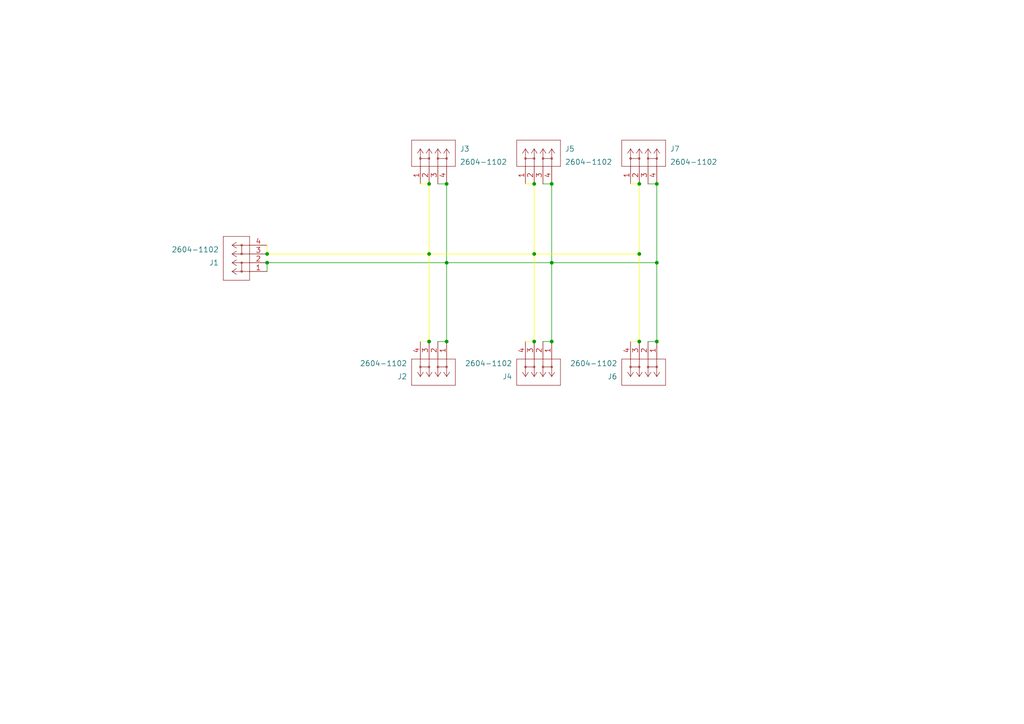
<source format=kicad_sch>
(kicad_sch (version 20211123) (generator eeschema)
  (paper "A4")
  (lib_symbols
    (symbol "Wago_Terminal_Block_2:2604-1102" (pin_names (offset 0.254) hide)
      (property "Reference" "J" (at -1.27 11.43 0))
      (property "Value" "2604-1102" (at 0 0 0))
      (symbol "2604-1102_1_1"
        (circle (center -2.794 -2.54) (radius 0.254) (stroke (width 0.127)))
        (circle (center -2.794 0) (radius 0.254) (stroke (width 0.127)))
        (circle (center -2.794 2.54) (radius 0.254) (stroke (width 0.127)))
        (circle (center -2.794 5.08) (radius 0.254) (stroke (width 0.127)))
        (arc (start -2.54 -2.54) (mid -3.048 -2.54) (end -2.54 -2.54) (stroke (width 0.127)))
        (arc (start -2.54 0) (mid -3.048 0) (end -2.54 0) (stroke (width 0.127)))
        (arc (start -2.54 2.54) (mid -3.048 2.54) (end -2.54 2.54) (stroke (width 0.127)))
        (arc (start -2.54 5.08) (mid -3.048 5.08) (end -2.54 5.08) (stroke (width 0.127)))
        (polyline (pts (xy -5.08 -5.08) (xy 2.54 -5.08)) (stroke (width 0.127)))
        (polyline (pts (xy -5.08 7.62) (xy -5.08 -5.08)) (stroke (width 0.127)))
        (polyline (pts (xy -2.794 -0.254) (xy -2.794 -2.286)) (stroke (width 0.127)))
        (polyline (pts (xy -2.794 4.826) (xy -2.794 2.794)) (stroke (width 0.127)))
        (polyline (pts (xy 0 -2.54) (xy -5.08 -2.54)) (stroke (width 0.127)))
        (polyline (pts (xy 0 -2.54) (xy -1.27 -3.3782)) (stroke (width 0.127)))
        (polyline (pts (xy 0 -2.54) (xy -1.27 -1.7018)) (stroke (width 0.127)))
        (polyline (pts (xy 0 0) (xy -5.08 0)) (stroke (width 0.127)))
        (polyline (pts (xy 0 0) (xy -1.27 -0.8382)) (stroke (width 0.127)))
        (polyline (pts (xy 0 0) (xy -1.27 0.8382)) (stroke (width 0.127)))
        (polyline (pts (xy 0 2.54) (xy -5.08 2.54)) (stroke (width 0.127)))
        (polyline (pts (xy 0 2.54) (xy -1.27 1.7018)) (stroke (width 0.127)))
        (polyline (pts (xy 0 2.54) (xy -1.27 3.3782)) (stroke (width 0.127)))
        (polyline (pts (xy 0 5.08) (xy -5.08 5.08)) (stroke (width 0.127)))
        (polyline (pts (xy 0 5.08) (xy -1.27 4.2418)) (stroke (width 0.127)))
        (polyline (pts (xy 0 5.08) (xy -1.27 5.9182)) (stroke (width 0.127)))
        (polyline (pts (xy 2.54 -5.08) (xy 2.54 7.62)) (stroke (width 0.127)))
        (polyline (pts (xy 2.54 7.62) (xy -5.08 7.62)) (stroke (width 0.127)))
        (pin unspecified line (at -10.16 5.08 0) (length 5.08) (name "1") (number "1"))
        (pin unspecified line (at -10.16 2.54 0) (length 5.08) (name "2") (number "2"))
        (pin unspecified line (at -10.16 0 0) (length 5.08) (name "3") (number "3"))
        (pin unspecified line (at -10.16 -2.54 0) (length 5.08) (name "4") (number "4"))
      )
    )
  )
  (junction (at 160.02 99.06))
  (junction (at 154.94 73.66))
  (junction (at 77.47 73.66))
  (junction (at 124.46 99.06))
  (junction (at 185.42 73.66))
  (junction (at 185.42 99.06))
  (junction (at 185.42 53.34))
  (junction (at 190.5 53.34))
  (junction (at 129.54 76.2))
  (junction (at 160.02 53.34))
  (junction (at 154.94 99.06))
  (junction (at 154.94 53.34))
  (junction (at 190.5 76.2))
  (junction (at 124.46 53.34))
  (junction (at 129.54 99.06))
  (junction (at 160.02 76.2))
  (junction (at 77.47 76.2))
  (junction (at 190.5 99.06))
  (junction (at 124.46 73.66))
  (junction (at 129.54 53.34))
  (wire (pts (xy 160.02 76.2) (xy 160.02 99.06)))
  (wire (pts (xy 182.88 53.34) (xy 185.42 53.34)) (stroke (width 0) (color 251 255 0 1)))
  (wire (pts (xy 121.92 99.06) (xy 124.46 99.06)) (stroke (width 0) (color 251 255 0 1)))
  (wire (pts (xy 185.42 73.66) (xy 185.42 53.34)) (stroke (width 0) (color 251 255 0 1)))
  (wire (pts (xy 121.92 53.34) (xy 124.46 53.34)) (stroke (width 0) (color 251 255 0 1)))
  (wire (pts (xy 127 53.34) (xy 129.54 53.34)))
  (wire (pts (xy 77.47 76.2) (xy 77.47 78.74)))
  (wire (pts (xy 77.47 71.12) (xy 77.47 73.66)) (stroke (width 0) (color 251 255 0 1)))
  (wire (pts (xy 129.54 76.2) (xy 160.02 76.2)))
  (wire (pts (xy 157.48 53.34) (xy 160.02 53.34)))
  (wire (pts (xy 77.47 76.2) (xy 129.54 76.2)))
  (wire (pts (xy 190.5 76.2) (xy 190.5 99.06)))
  (wire (pts (xy 77.47 73.66) (xy 124.46 73.66)) (stroke (width 0) (color 251 255 0 1)))
  (wire (pts (xy 154.94 73.66) (xy 154.94 99.06)) (stroke (width 0) (color 251 255 0 1)))
  (wire (pts (xy 187.96 53.34) (xy 190.5 53.34)))
  (wire (pts (xy 124.46 73.66) (xy 124.46 99.06)) (stroke (width 0) (color 251 255 0 1)))
  (wire (pts (xy 187.96 99.06) (xy 190.5 99.06)))
  (wire (pts (xy 154.94 73.66) (xy 185.42 73.66)) (stroke (width 0) (color 251 255 0 1)))
  (wire (pts (xy 129.54 53.34) (xy 129.54 76.2)))
  (wire (pts (xy 124.46 53.34) (xy 124.46 73.66)) (stroke (width 0) (color 251 255 0 1)))
  (wire (pts (xy 124.46 73.66) (xy 154.94 73.66)) (stroke (width 0) (color 251 255 0 1)))
  (wire (pts (xy 157.48 99.06) (xy 160.02 99.06)))
  (wire (pts (xy 185.42 73.66) (xy 185.42 99.06)) (stroke (width 0) (color 251 255 0 1)))
  (wire (pts (xy 129.54 76.2) (xy 129.54 99.06)))
  (wire (pts (xy 127 99.06) (xy 129.54 99.06)))
  (wire (pts (xy 160.02 76.2) (xy 190.5 76.2)))
  (wire (pts (xy 152.4 53.34) (xy 154.94 53.34)) (stroke (width 0) (color 251 255 0 1)))
  (wire (pts (xy 160.02 53.34) (xy 160.02 76.2)))
  (wire (pts (xy 154.94 53.34) (xy 154.94 73.66)) (stroke (width 0) (color 251 255 0 1)))
  (wire (pts (xy 182.88 99.06) (xy 185.42 99.06)) (stroke (width 0) (color 251 255 0 1)))
  (wire (pts (xy 152.4 99.06) (xy 154.94 99.06)) (stroke (width 0) (color 251 255 0 1)))
  (wire (pts (xy 190.5 76.2) (xy 190.5 53.34)))
  (symbol (lib_id "Wago_Terminal_Block_2:2604-1102") (at 124.46 109.22 270) (unit 1)
    (property "Reference" "J2" (at 118.11 109.22 90) (effects (font (size 1.524 1.524)) (justify right)))
    (property "Value" "2604-1102" (at 118.11 105.41 90) (effects (font (size 1.524 1.524)) (justify right)))
    (property "Footprint" "Wago Terminal Block 2:Wago_Terminal_Block_2" (effects hide))
  )
  (symbol (lib_id "Wago_Terminal_Block_2:2604-1102") (at 185.42 109.22 270) (unit 1)
    (property "Reference" "J6" (at 179.07 109.22 90) (effects (font (size 1.524 1.524)) (justify right)))
    (property "Value" "2604-1102" (at 179.07 105.41 90) (effects (font (size 1.524 1.524)) (justify right)))
    (property "Footprint" "Wago Terminal Block 2:Wago_Terminal_Block_2" (effects hide))
  )
  (symbol (lib_id "Wago_Terminal_Block_2:2604-1102") (at 67.31 73.66 180) (unit 1)
    (property "Reference" "J1" (at 63.5 76.2 0) (effects (font (size 1.524 1.524)) (justify left)))
    (property "Value" "2604-1102" (at 63.5 72.39 0) (effects (font (size 1.524 1.524)) (justify left)))
    (property "Footprint" "Wago Terminal Block 2:Wago_Terminal_Block_2" (effects hide))
  )
  (symbol (lib_id "Wago_Terminal_Block_2:2604-1102") (at 157.48 43.18 90) (unit 1)
    (property "Reference" "J5" (at 163.83 43.18 90) (effects (font (size 1.524 1.524)) (justify right)))
    (property "Value" "2604-1102" (at 163.83 46.99 90) (effects (font (size 1.524 1.524)) (justify right)))
    (property "Footprint" "Wago Terminal Block 2:Wago_Terminal_Block_2" (effects hide))
  )
  (symbol (lib_id "Wago_Terminal_Block_2:2604-1102") (at 187.96 43.18 90) (unit 1)
    (property "Reference" "J7" (at 194.31 43.18 90) (effects (font (size 1.524 1.524)) (justify right)))
    (property "Value" "2604-1102" (at 194.31 46.99 90) (effects (font (size 1.524 1.524)) (justify right)))
    (property "Footprint" "Wago Terminal Block 2:Wago_Terminal_Block_2" (effects hide))
  )
  (symbol (lib_id "Wago_Terminal_Block_2:2604-1102") (at 127 43.18 90) (unit 1)
    (property "Reference" "J3" (at 133.35 43.18 90) (effects (font (size 1.524 1.524)) (justify right)))
    (property "Value" "2604-1102" (at 133.35 46.99 90) (effects (font (size 1.524 1.524)) (justify right)))
    (property "Footprint" "Wago Terminal Block 2:Wago_Terminal_Block_2" (effects hide))
  )
  (symbol (lib_id "Wago_Terminal_Block_2:2604-1102") (at 154.94 109.22 270) (unit 1)
    (property "Reference" "J4" (at 148.59 109.22 90) (effects (font (size 1.524 1.524)) (justify right)))
    (property "Value" "2604-1102" (at 148.59 105.41 90) (effects (font (size 1.524 1.524)) (justify right)))
    (property "Footprint" "Wago Terminal Block 2:Wago_Terminal_Block_2" (effects hide))
  )
)
</source>
